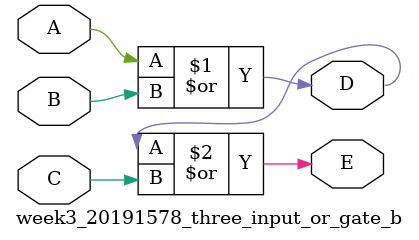
<source format=v>
`timescale 1ns / 1ps


module week3_20191578_three_input_or_gate_b(
    input A,
    input B,
    input C,
    output D,
    output E
    );
    
    assign D = A | B;
    assign E = D | C;
    
endmodule

</source>
